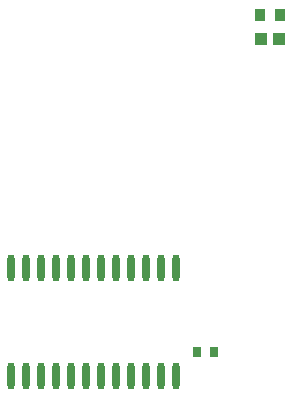
<source format=gtp>
G04 Layer: TopPasteMaskLayer*
G04 EasyEDA v6.5.29, 2023-07-18 11:26:45*
G04 0e0841ef75bd4e45b21b8c444bb64f86,5a6b42c53f6a479593ecc07194224c93,10*
G04 Gerber Generator version 0.2*
G04 Scale: 100 percent, Rotated: No, Reflected: No *
G04 Dimensions in millimeters *
G04 leading zeros omitted , absolute positions ,4 integer and 5 decimal *
%FSLAX45Y45*%
%MOMM*%

%ADD10R,0.8000X0.9000*%
%ADD11R,1.0000X1.1000*%
%ADD12R,0.8999X1.0000*%
%ADD13O,0.5999988X2.2999954*%

%LPD*%
D10*
G01*
X3612997Y2717800D03*
G01*
X3753002Y2717800D03*
D11*
G01*
X4149090Y5372100D03*
G01*
X4309084Y5372100D03*
D12*
G01*
X4144086Y5575300D03*
G01*
X4314088Y5575300D03*
D13*
G01*
X3429000Y3429000D03*
G01*
X3302000Y3429000D03*
G01*
X3175000Y3429000D03*
G01*
X3048000Y3429000D03*
G01*
X2921000Y3429000D03*
G01*
X2794000Y3429000D03*
G01*
X2667000Y3429000D03*
G01*
X2540000Y3429000D03*
G01*
X2413000Y3429000D03*
G01*
X2286000Y3429000D03*
G01*
X2159000Y3429000D03*
G01*
X2032000Y3429000D03*
G01*
X3429000Y2519019D03*
G01*
X3302000Y2519019D03*
G01*
X3175000Y2519019D03*
G01*
X3048000Y2519019D03*
G01*
X2921000Y2519019D03*
G01*
X2794000Y2519019D03*
G01*
X2667000Y2519019D03*
G01*
X2540000Y2519019D03*
G01*
X2413000Y2519019D03*
G01*
X2286000Y2519019D03*
G01*
X2159000Y2519019D03*
G01*
X2032000Y2519019D03*
M02*

</source>
